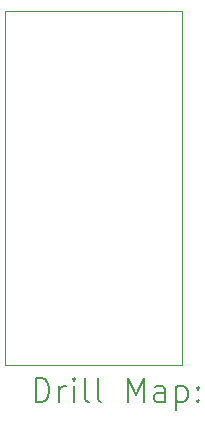
<source format=gbr>
%TF.GenerationSoftware,KiCad,Pcbnew,8.0.7-8.0.7-0~ubuntu24.04.1*%
%TF.CreationDate,2024-12-29T20:55:18-07:00*%
%TF.ProjectId,ESP32-S3 Hub,45535033-322d-4533-9320-4875622e6b69,V1*%
%TF.SameCoordinates,Original*%
%TF.FileFunction,Drillmap*%
%TF.FilePolarity,Positive*%
%FSLAX45Y45*%
G04 Gerber Fmt 4.5, Leading zero omitted, Abs format (unit mm)*
G04 Created by KiCad (PCBNEW 8.0.7-8.0.7-0~ubuntu24.04.1) date 2024-12-29 20:55:18*
%MOMM*%
%LPD*%
G01*
G04 APERTURE LIST*
%ADD10C,0.050000*%
%ADD11C,0.200000*%
G04 APERTURE END LIST*
D10*
X14790000Y-8180000D02*
X16290000Y-8180000D01*
X16290000Y-11180000D01*
X14790000Y-11180000D01*
X14790000Y-8180000D01*
D11*
X15048277Y-11493984D02*
X15048277Y-11293984D01*
X15048277Y-11293984D02*
X15095896Y-11293984D01*
X15095896Y-11293984D02*
X15124467Y-11303508D01*
X15124467Y-11303508D02*
X15143515Y-11322555D01*
X15143515Y-11322555D02*
X15153039Y-11341603D01*
X15153039Y-11341603D02*
X15162562Y-11379698D01*
X15162562Y-11379698D02*
X15162562Y-11408269D01*
X15162562Y-11408269D02*
X15153039Y-11446365D01*
X15153039Y-11446365D02*
X15143515Y-11465412D01*
X15143515Y-11465412D02*
X15124467Y-11484460D01*
X15124467Y-11484460D02*
X15095896Y-11493984D01*
X15095896Y-11493984D02*
X15048277Y-11493984D01*
X15248277Y-11493984D02*
X15248277Y-11360650D01*
X15248277Y-11398746D02*
X15257801Y-11379698D01*
X15257801Y-11379698D02*
X15267324Y-11370174D01*
X15267324Y-11370174D02*
X15286372Y-11360650D01*
X15286372Y-11360650D02*
X15305420Y-11360650D01*
X15372086Y-11493984D02*
X15372086Y-11360650D01*
X15372086Y-11293984D02*
X15362562Y-11303508D01*
X15362562Y-11303508D02*
X15372086Y-11313031D01*
X15372086Y-11313031D02*
X15381610Y-11303508D01*
X15381610Y-11303508D02*
X15372086Y-11293984D01*
X15372086Y-11293984D02*
X15372086Y-11313031D01*
X15495896Y-11493984D02*
X15476848Y-11484460D01*
X15476848Y-11484460D02*
X15467324Y-11465412D01*
X15467324Y-11465412D02*
X15467324Y-11293984D01*
X15600658Y-11493984D02*
X15581610Y-11484460D01*
X15581610Y-11484460D02*
X15572086Y-11465412D01*
X15572086Y-11465412D02*
X15572086Y-11293984D01*
X15829229Y-11493984D02*
X15829229Y-11293984D01*
X15829229Y-11293984D02*
X15895896Y-11436841D01*
X15895896Y-11436841D02*
X15962562Y-11293984D01*
X15962562Y-11293984D02*
X15962562Y-11493984D01*
X16143515Y-11493984D02*
X16143515Y-11389222D01*
X16143515Y-11389222D02*
X16133991Y-11370174D01*
X16133991Y-11370174D02*
X16114943Y-11360650D01*
X16114943Y-11360650D02*
X16076848Y-11360650D01*
X16076848Y-11360650D02*
X16057801Y-11370174D01*
X16143515Y-11484460D02*
X16124467Y-11493984D01*
X16124467Y-11493984D02*
X16076848Y-11493984D01*
X16076848Y-11493984D02*
X16057801Y-11484460D01*
X16057801Y-11484460D02*
X16048277Y-11465412D01*
X16048277Y-11465412D02*
X16048277Y-11446365D01*
X16048277Y-11446365D02*
X16057801Y-11427317D01*
X16057801Y-11427317D02*
X16076848Y-11417793D01*
X16076848Y-11417793D02*
X16124467Y-11417793D01*
X16124467Y-11417793D02*
X16143515Y-11408269D01*
X16238753Y-11360650D02*
X16238753Y-11560650D01*
X16238753Y-11370174D02*
X16257801Y-11360650D01*
X16257801Y-11360650D02*
X16295896Y-11360650D01*
X16295896Y-11360650D02*
X16314943Y-11370174D01*
X16314943Y-11370174D02*
X16324467Y-11379698D01*
X16324467Y-11379698D02*
X16333991Y-11398746D01*
X16333991Y-11398746D02*
X16333991Y-11455888D01*
X16333991Y-11455888D02*
X16324467Y-11474936D01*
X16324467Y-11474936D02*
X16314943Y-11484460D01*
X16314943Y-11484460D02*
X16295896Y-11493984D01*
X16295896Y-11493984D02*
X16257801Y-11493984D01*
X16257801Y-11493984D02*
X16238753Y-11484460D01*
X16419705Y-11474936D02*
X16429229Y-11484460D01*
X16429229Y-11484460D02*
X16419705Y-11493984D01*
X16419705Y-11493984D02*
X16410182Y-11484460D01*
X16410182Y-11484460D02*
X16419705Y-11474936D01*
X16419705Y-11474936D02*
X16419705Y-11493984D01*
X16419705Y-11370174D02*
X16429229Y-11379698D01*
X16429229Y-11379698D02*
X16419705Y-11389222D01*
X16419705Y-11389222D02*
X16410182Y-11379698D01*
X16410182Y-11379698D02*
X16419705Y-11370174D01*
X16419705Y-11370174D02*
X16419705Y-11389222D01*
M02*

</source>
